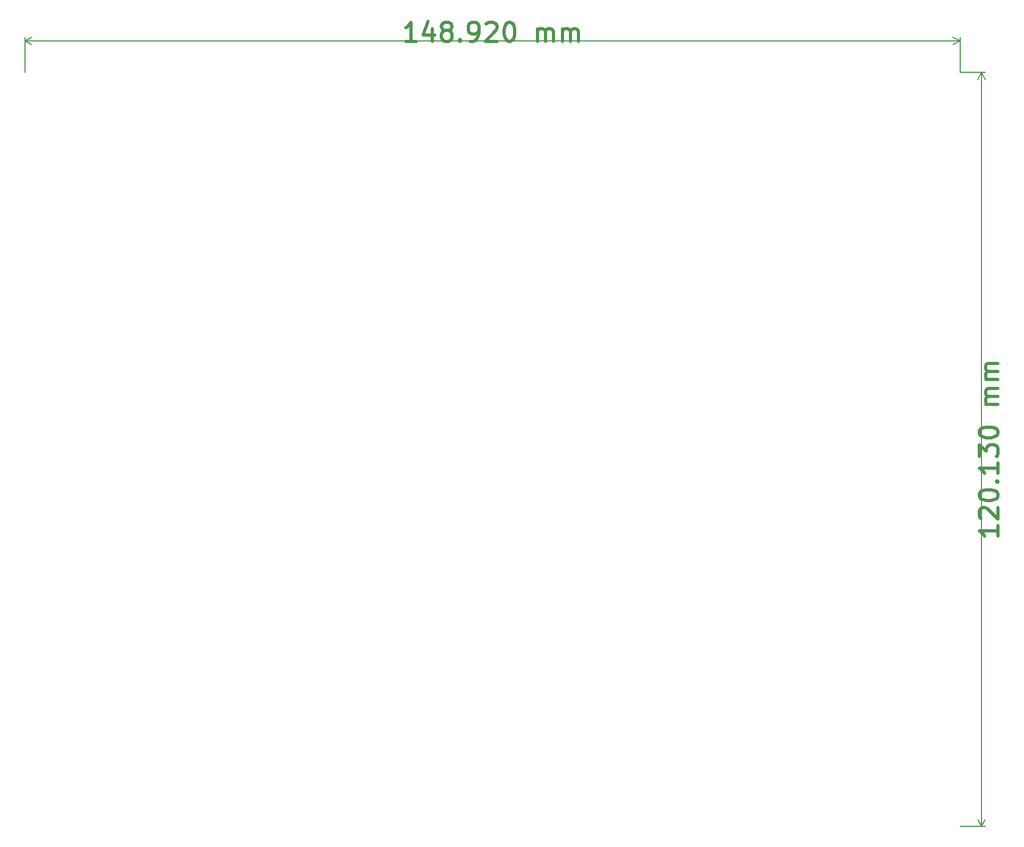
<source format=gbr>
%TF.GenerationSoftware,KiCad,Pcbnew,5.1.6-c6e7f7d~86~ubuntu18.04.1*%
%TF.CreationDate,2020-05-28T18:17:00-07:00*%
%TF.ProjectId,Cal_Station,43616c5f-5374-4617-9469-6f6e2e6b6963,rev?*%
%TF.SameCoordinates,Original*%
%TF.FileFunction,OtherDrawing,Comment*%
%FSLAX46Y46*%
G04 Gerber Fmt 4.6, Leading zero omitted, Abs format (unit mm)*
G04 Created by KiCad (PCBNEW 5.1.6-c6e7f7d~86~ubuntu18.04.1) date 2020-05-28 18:17:00*
%MOMM*%
%LPD*%
G01*
G04 APERTURE LIST*
%ADD10C,0.500000*%
%ADD11C,0.150000*%
G04 APERTURE END LIST*
D10*
X192517142Y-100127857D02*
X192517142Y-101842142D01*
X192517142Y-100985000D02*
X189517142Y-100985000D01*
X189945714Y-101270714D01*
X190231428Y-101556428D01*
X190374285Y-101842142D01*
X189802857Y-98985000D02*
X189660000Y-98842142D01*
X189517142Y-98556428D01*
X189517142Y-97842142D01*
X189660000Y-97556428D01*
X189802857Y-97413571D01*
X190088571Y-97270714D01*
X190374285Y-97270714D01*
X190802857Y-97413571D01*
X192517142Y-99127857D01*
X192517142Y-97270714D01*
X189517142Y-95413571D02*
X189517142Y-95127857D01*
X189660000Y-94842142D01*
X189802857Y-94699285D01*
X190088571Y-94556428D01*
X190660000Y-94413571D01*
X191374285Y-94413571D01*
X191945714Y-94556428D01*
X192231428Y-94699285D01*
X192374285Y-94842142D01*
X192517142Y-95127857D01*
X192517142Y-95413571D01*
X192374285Y-95699285D01*
X192231428Y-95842142D01*
X191945714Y-95985000D01*
X191374285Y-96127857D01*
X190660000Y-96127857D01*
X190088571Y-95985000D01*
X189802857Y-95842142D01*
X189660000Y-95699285D01*
X189517142Y-95413571D01*
X192231428Y-93127857D02*
X192374285Y-92985000D01*
X192517142Y-93127857D01*
X192374285Y-93270714D01*
X192231428Y-93127857D01*
X192517142Y-93127857D01*
X192517142Y-90127857D02*
X192517142Y-91842142D01*
X192517142Y-90985000D02*
X189517142Y-90985000D01*
X189945714Y-91270714D01*
X190231428Y-91556428D01*
X190374285Y-91842142D01*
X189517142Y-89127857D02*
X189517142Y-87270714D01*
X190660000Y-88270714D01*
X190660000Y-87842142D01*
X190802857Y-87556428D01*
X190945714Y-87413571D01*
X191231428Y-87270714D01*
X191945714Y-87270714D01*
X192231428Y-87413571D01*
X192374285Y-87556428D01*
X192517142Y-87842142D01*
X192517142Y-88699285D01*
X192374285Y-88985000D01*
X192231428Y-89127857D01*
X189517142Y-85413571D02*
X189517142Y-85127857D01*
X189660000Y-84842142D01*
X189802857Y-84699285D01*
X190088571Y-84556428D01*
X190660000Y-84413571D01*
X191374285Y-84413571D01*
X191945714Y-84556428D01*
X192231428Y-84699285D01*
X192374285Y-84842142D01*
X192517142Y-85127857D01*
X192517142Y-85413571D01*
X192374285Y-85699285D01*
X192231428Y-85842142D01*
X191945714Y-85985000D01*
X191374285Y-86127857D01*
X190660000Y-86127857D01*
X190088571Y-85985000D01*
X189802857Y-85842142D01*
X189660000Y-85699285D01*
X189517142Y-85413571D01*
X192517142Y-80842142D02*
X190517142Y-80842142D01*
X190802857Y-80842142D02*
X190660000Y-80699285D01*
X190517142Y-80413571D01*
X190517142Y-79985000D01*
X190660000Y-79699285D01*
X190945714Y-79556428D01*
X192517142Y-79556428D01*
X190945714Y-79556428D02*
X190660000Y-79413571D01*
X190517142Y-79127857D01*
X190517142Y-78699285D01*
X190660000Y-78413571D01*
X190945714Y-78270714D01*
X192517142Y-78270714D01*
X192517142Y-76842142D02*
X190517142Y-76842142D01*
X190802857Y-76842142D02*
X190660000Y-76699285D01*
X190517142Y-76413571D01*
X190517142Y-75985000D01*
X190660000Y-75699285D01*
X190945714Y-75556428D01*
X192517142Y-75556428D01*
X190945714Y-75556428D02*
X190660000Y-75413571D01*
X190517142Y-75127857D01*
X190517142Y-74699285D01*
X190660000Y-74413571D01*
X190945714Y-74270714D01*
X192517142Y-74270714D01*
D11*
X189860000Y-148050000D02*
X189860000Y-27920000D01*
X186460000Y-148050000D02*
X190446421Y-148050000D01*
X186460000Y-27920000D02*
X190446421Y-27920000D01*
X189860000Y-27920000D02*
X190446421Y-29046504D01*
X189860000Y-27920000D02*
X189273579Y-29046504D01*
X189860000Y-148050000D02*
X190446421Y-146923496D01*
X189860000Y-148050000D02*
X189273579Y-146923496D01*
D10*
X99857142Y-22947142D02*
X98142857Y-22947142D01*
X99000000Y-22947142D02*
X99000000Y-19947142D01*
X98714285Y-20375714D01*
X98428571Y-20661428D01*
X98142857Y-20804285D01*
X102428571Y-20947142D02*
X102428571Y-22947142D01*
X101714285Y-19804285D02*
X101000000Y-21947142D01*
X102857142Y-21947142D01*
X104428571Y-21232857D02*
X104142857Y-21090000D01*
X104000000Y-20947142D01*
X103857142Y-20661428D01*
X103857142Y-20518571D01*
X104000000Y-20232857D01*
X104142857Y-20090000D01*
X104428571Y-19947142D01*
X105000000Y-19947142D01*
X105285714Y-20090000D01*
X105428571Y-20232857D01*
X105571428Y-20518571D01*
X105571428Y-20661428D01*
X105428571Y-20947142D01*
X105285714Y-21090000D01*
X105000000Y-21232857D01*
X104428571Y-21232857D01*
X104142857Y-21375714D01*
X104000000Y-21518571D01*
X103857142Y-21804285D01*
X103857142Y-22375714D01*
X104000000Y-22661428D01*
X104142857Y-22804285D01*
X104428571Y-22947142D01*
X105000000Y-22947142D01*
X105285714Y-22804285D01*
X105428571Y-22661428D01*
X105571428Y-22375714D01*
X105571428Y-21804285D01*
X105428571Y-21518571D01*
X105285714Y-21375714D01*
X105000000Y-21232857D01*
X106857142Y-22661428D02*
X107000000Y-22804285D01*
X106857142Y-22947142D01*
X106714285Y-22804285D01*
X106857142Y-22661428D01*
X106857142Y-22947142D01*
X108428571Y-22947142D02*
X109000000Y-22947142D01*
X109285714Y-22804285D01*
X109428571Y-22661428D01*
X109714285Y-22232857D01*
X109857142Y-21661428D01*
X109857142Y-20518571D01*
X109714285Y-20232857D01*
X109571428Y-20090000D01*
X109285714Y-19947142D01*
X108714285Y-19947142D01*
X108428571Y-20090000D01*
X108285714Y-20232857D01*
X108142857Y-20518571D01*
X108142857Y-21232857D01*
X108285714Y-21518571D01*
X108428571Y-21661428D01*
X108714285Y-21804285D01*
X109285714Y-21804285D01*
X109571428Y-21661428D01*
X109714285Y-21518571D01*
X109857142Y-21232857D01*
X111000000Y-20232857D02*
X111142857Y-20090000D01*
X111428571Y-19947142D01*
X112142857Y-19947142D01*
X112428571Y-20090000D01*
X112571428Y-20232857D01*
X112714285Y-20518571D01*
X112714285Y-20804285D01*
X112571428Y-21232857D01*
X110857142Y-22947142D01*
X112714285Y-22947142D01*
X114571428Y-19947142D02*
X114857142Y-19947142D01*
X115142857Y-20090000D01*
X115285714Y-20232857D01*
X115428571Y-20518571D01*
X115571428Y-21090000D01*
X115571428Y-21804285D01*
X115428571Y-22375714D01*
X115285714Y-22661428D01*
X115142857Y-22804285D01*
X114857142Y-22947142D01*
X114571428Y-22947142D01*
X114285714Y-22804285D01*
X114142857Y-22661428D01*
X114000000Y-22375714D01*
X113857142Y-21804285D01*
X113857142Y-21090000D01*
X114000000Y-20518571D01*
X114142857Y-20232857D01*
X114285714Y-20090000D01*
X114571428Y-19947142D01*
X119142857Y-22947142D02*
X119142857Y-20947142D01*
X119142857Y-21232857D02*
X119285714Y-21090000D01*
X119571428Y-20947142D01*
X120000000Y-20947142D01*
X120285714Y-21090000D01*
X120428571Y-21375714D01*
X120428571Y-22947142D01*
X120428571Y-21375714D02*
X120571428Y-21090000D01*
X120857142Y-20947142D01*
X121285714Y-20947142D01*
X121571428Y-21090000D01*
X121714285Y-21375714D01*
X121714285Y-22947142D01*
X123142857Y-22947142D02*
X123142857Y-20947142D01*
X123142857Y-21232857D02*
X123285714Y-21090000D01*
X123571428Y-20947142D01*
X124000000Y-20947142D01*
X124285714Y-21090000D01*
X124428571Y-21375714D01*
X124428571Y-22947142D01*
X124428571Y-21375714D02*
X124571428Y-21090000D01*
X124857142Y-20947142D01*
X125285714Y-20947142D01*
X125571428Y-21090000D01*
X125714285Y-21375714D01*
X125714285Y-22947142D01*
D11*
X37540000Y-22890000D02*
X186460000Y-22890000D01*
X37540000Y-27920000D02*
X37540000Y-22303579D01*
X186460000Y-27920000D02*
X186460000Y-22303579D01*
X186460000Y-22890000D02*
X185333496Y-23476421D01*
X186460000Y-22890000D02*
X185333496Y-22303579D01*
X37540000Y-22890000D02*
X38666504Y-23476421D01*
X37540000Y-22890000D02*
X38666504Y-22303579D01*
M02*

</source>
